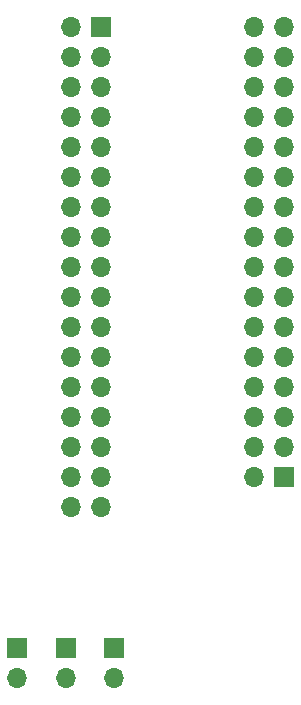
<source format=gbr>
%TF.GenerationSoftware,KiCad,Pcbnew,(5.1.9)-1*%
%TF.CreationDate,2021-05-11T19:40:18+08:00*%
%TF.ProjectId,TFTConv,54465443-6f6e-4762-9e6b-696361645f70,rev?*%
%TF.SameCoordinates,Original*%
%TF.FileFunction,Soldermask,Top*%
%TF.FilePolarity,Negative*%
%FSLAX46Y46*%
G04 Gerber Fmt 4.6, Leading zero omitted, Abs format (unit mm)*
G04 Created by KiCad (PCBNEW (5.1.9)-1) date 2021-05-11 19:40:18*
%MOMM*%
%LPD*%
G01*
G04 APERTURE LIST*
%ADD10O,1.700000X1.700000*%
%ADD11R,1.700000X1.700000*%
G04 APERTURE END LIST*
D10*
%TO.C,J5*%
X175700000Y-134240000D03*
D11*
X175700000Y-131700000D03*
%TD*%
D10*
%TO.C,J4*%
X171600000Y-134240000D03*
D11*
X171600000Y-131700000D03*
%TD*%
D10*
%TO.C,J3*%
X179800000Y-134240000D03*
D11*
X179800000Y-131700000D03*
%TD*%
D10*
%TO.C,J2*%
X176160000Y-119740000D03*
X178700000Y-119740000D03*
X176160000Y-117200000D03*
X178700000Y-117200000D03*
X176160000Y-114660000D03*
X178700000Y-114660000D03*
X176160000Y-112120000D03*
X178700000Y-112120000D03*
X176160000Y-109580000D03*
X178700000Y-109580000D03*
X176160000Y-107040000D03*
X178700000Y-107040000D03*
X176160000Y-104500000D03*
X178700000Y-104500000D03*
X176160000Y-101960000D03*
X178700000Y-101960000D03*
X176160000Y-99420000D03*
X178700000Y-99420000D03*
X176160000Y-96880000D03*
X178700000Y-96880000D03*
X176160000Y-94340000D03*
X178700000Y-94340000D03*
X176160000Y-91800000D03*
X178700000Y-91800000D03*
X176160000Y-89260000D03*
X178700000Y-89260000D03*
X176160000Y-86720000D03*
X178700000Y-86720000D03*
X176160000Y-84180000D03*
X178700000Y-84180000D03*
X176160000Y-81640000D03*
X178700000Y-81640000D03*
X176160000Y-79100000D03*
D11*
X178700000Y-79100000D03*
%TD*%
D10*
%TO.C,J1*%
X191660000Y-79100000D03*
X194200000Y-79100000D03*
X191660000Y-81640000D03*
X194200000Y-81640000D03*
X191660000Y-84180000D03*
X194200000Y-84180000D03*
X191660000Y-86720000D03*
X194200000Y-86720000D03*
X191660000Y-89260000D03*
X194200000Y-89260000D03*
X191660000Y-91800000D03*
X194200000Y-91800000D03*
X191660000Y-94340000D03*
X194200000Y-94340000D03*
X191660000Y-96880000D03*
X194200000Y-96880000D03*
X191660000Y-99420000D03*
X194200000Y-99420000D03*
X191660000Y-101960000D03*
X194200000Y-101960000D03*
X191660000Y-104500000D03*
X194200000Y-104500000D03*
X191660000Y-107040000D03*
X194200000Y-107040000D03*
X191660000Y-109580000D03*
X194200000Y-109580000D03*
X191660000Y-112120000D03*
X194200000Y-112120000D03*
X191660000Y-114660000D03*
X194200000Y-114660000D03*
X191660000Y-117200000D03*
D11*
X194200000Y-117200000D03*
%TD*%
M02*

</source>
